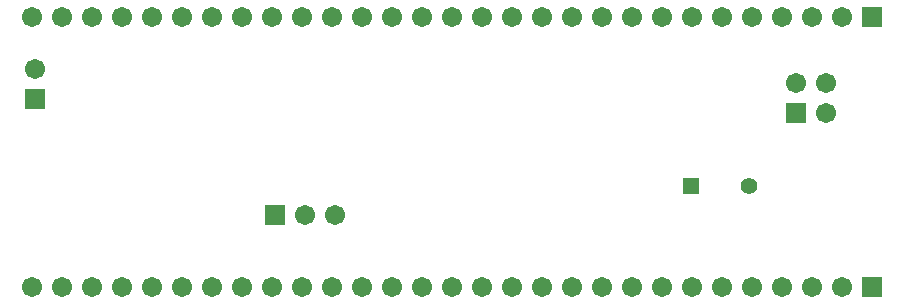
<source format=gbs>
G04*
G04 #@! TF.GenerationSoftware,Altium Limited,Altium Designer,19.1.9 (167)*
G04*
G04 Layer_Color=16711935*
%FSLAX25Y25*%
%MOIN*%
G70*
G01*
G75*
%ADD34R,0.05524X0.05524*%
%ADD37C,0.06706*%
%ADD38R,0.06706X0.06706*%
%ADD39R,0.06706X0.06706*%
%ADD40C,0.05524*%
D34*
X229900Y38700D02*
D03*
D37*
X10000Y5000D02*
D03*
X20000D02*
D03*
X30000D02*
D03*
X40000D02*
D03*
X50000D02*
D03*
X60000D02*
D03*
X70000D02*
D03*
X80000D02*
D03*
X90000D02*
D03*
X100000D02*
D03*
X110000D02*
D03*
X120000D02*
D03*
X130000D02*
D03*
X280000D02*
D03*
X270000D02*
D03*
X260000D02*
D03*
X250000D02*
D03*
X240000D02*
D03*
X230000D02*
D03*
X220000D02*
D03*
X210000D02*
D03*
X200000D02*
D03*
X190000D02*
D03*
X180000D02*
D03*
X170000D02*
D03*
X160000D02*
D03*
X150000D02*
D03*
X140000D02*
D03*
X10000Y95000D02*
D03*
X20000D02*
D03*
X30000D02*
D03*
X40000D02*
D03*
X50000D02*
D03*
X60000D02*
D03*
X70000D02*
D03*
X80000D02*
D03*
X90000D02*
D03*
X100000D02*
D03*
X110000D02*
D03*
X120000D02*
D03*
X130000D02*
D03*
X280000D02*
D03*
X270000D02*
D03*
X260000D02*
D03*
X250000D02*
D03*
X240000D02*
D03*
X230000D02*
D03*
X220000D02*
D03*
X210000D02*
D03*
X200000D02*
D03*
X190000D02*
D03*
X180000D02*
D03*
X170000D02*
D03*
X160000D02*
D03*
X150000D02*
D03*
X140000D02*
D03*
X11000Y77500D02*
D03*
X274700Y73000D02*
D03*
Y63000D02*
D03*
X264700Y73000D02*
D03*
X101200Y28900D02*
D03*
X111200D02*
D03*
D38*
X290000Y5000D02*
D03*
Y95000D02*
D03*
X264700Y63000D02*
D03*
X91200Y28900D02*
D03*
D39*
X11000Y67500D02*
D03*
D40*
X249191Y38700D02*
D03*
M02*

</source>
